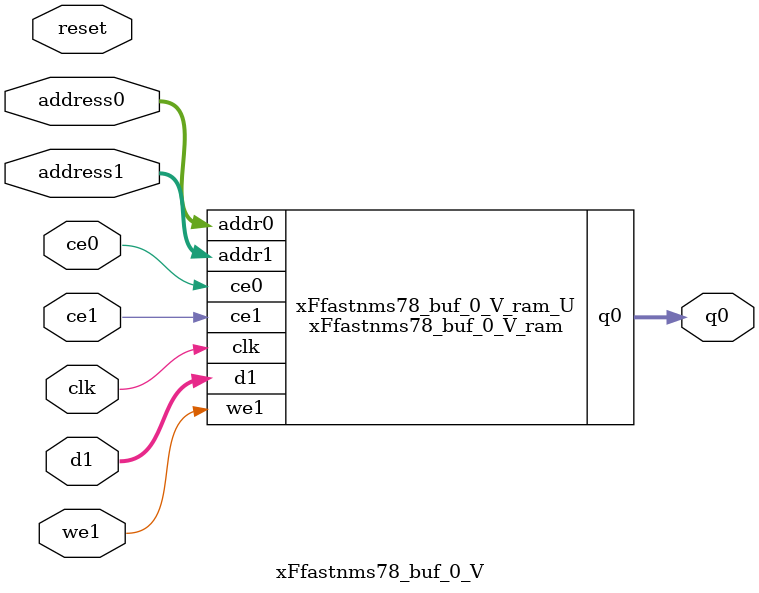
<source format=v>
`timescale 1 ns / 1 ps
module xFfastnms78_buf_0_V_ram (addr0, ce0, q0, addr1, ce1, d1, we1,  clk);

parameter DWIDTH = 16;
parameter AWIDTH = 10;
parameter MEM_SIZE = 640;

input[AWIDTH-1:0] addr0;
input ce0;
output wire[DWIDTH-1:0] q0;
input[AWIDTH-1:0] addr1;
input ce1;
input[DWIDTH-1:0] d1;
input we1;
input clk;

(* ram_style = "block" *)reg [DWIDTH-1:0] ram[0:MEM_SIZE-1];
reg [DWIDTH-1:0] q0_t0;
reg [DWIDTH-1:0] q0_t1;


assign q0 = q0_t1;

always @(posedge clk)  
begin
    if (ce0) 
    begin
        q0_t1 <= q0_t0;
    end
end


always @(posedge clk)  
begin 
    if (ce0) 
    begin
        q0_t0 <= ram[addr0];
    end
end


always @(posedge clk)  
begin 
    if (ce1) 
    begin
        if (we1) 
        begin 
            ram[addr1] <= d1; 
        end 
    end
end


endmodule

`timescale 1 ns / 1 ps
module xFfastnms78_buf_0_V(
    reset,
    clk,
    address0,
    ce0,
    q0,
    address1,
    ce1,
    we1,
    d1);

parameter DataWidth = 32'd16;
parameter AddressRange = 32'd640;
parameter AddressWidth = 32'd10;
input reset;
input clk;
input[AddressWidth - 1:0] address0;
input ce0;
output[DataWidth - 1:0] q0;
input[AddressWidth - 1:0] address1;
input ce1;
input we1;
input[DataWidth - 1:0] d1;



xFfastnms78_buf_0_V_ram xFfastnms78_buf_0_V_ram_U(
    .clk( clk ),
    .addr0( address0 ),
    .ce0( ce0 ),
    .q0( q0 ),
    .addr1( address1 ),
    .ce1( ce1 ),
    .we1( we1 ),
    .d1( d1 ));

endmodule


</source>
